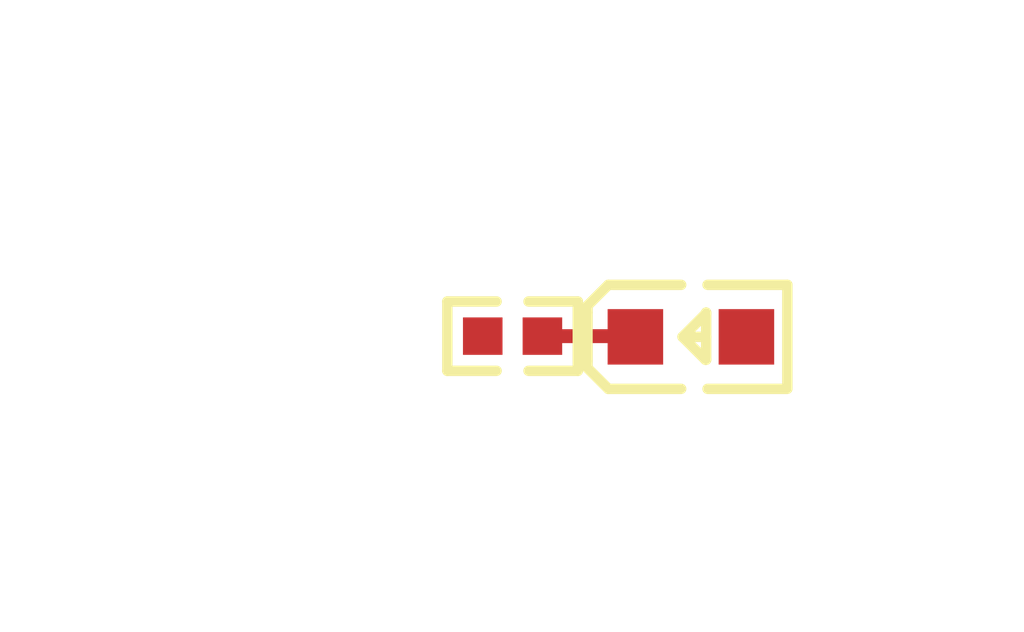
<source format=kicad_pcb>
(kicad_pcb (version 20241229) (generator "pcbnew") (generator_version "9.0")
  (layers (0 "F.Cu" signal) (2 "B.Cu" signal) (13 "F.Paste" user) (15 "B.Paste" user) (5 "F.SilkS" user "F.Silkscreen") (7 "B.SilkS" user "B.Silkscreen") (1 "F.Mask" user) (3 "B.Mask" user) (25 "Edge.Cuts" user))
  (net 0 "")
  (net 1 "anode")
  (net 2 "cathode")
  (net 3 "GND")
  (footprint "UNI_ROYAL_0402WGF1002TCE:R0402" (layer "F.Cu") (at 153.84 100.72 180)
    (property "Reference" "R1" (hide yes))
    (property "Value" "10kΩ ±1% 62.5mW")
    (fp_line (start -0.23 0.5) (end -0.94 0.5) (stroke (width 0.15)) (layer "F.SilkS"))
    (fp_line (start -0.94 0.5) (end -0.94 -0.5) (stroke (width 0.15)) (layer "F.SilkS"))
    (fp_line (start -0.94 -0.5) (end -0.23 -0.5) (stroke (width 0.15)) (layer "F.SilkS"))
    (fp_line (start 0.23 0.5) (end 0.94 0.5) (stroke (width 0.15)) (layer "F.SilkS"))
    (fp_line (start 0.94 0.5) (end 0.94 -0.5) (stroke (width 0.15)) (layer "F.SilkS"))
    (fp_line (start 0.94 -0.5) (end 0.23 -0.5) (stroke (width 0.15)) (layer "F.SilkS"))
    (pad "2" smd rect (at 0.43 0 180) (size 0.57 0.54) (layers "F.Cu" "F.Paste" "F.Mask") (net 3 "GND"))
    (pad "1" smd rect (at -0.43 0 180) (size 0.57 0.54) (layers "F.Cu" "F.Paste" "F.Mask") (net 2 "cathode"))
  )
  (footprint "Hubei_KENTO_Elec_KT_0603YG:LED0603-RD" (layer "F.Cu") (at 156.41 100.73 0)
    (property "Reference" "LED1" (hide yes))
    (property "Value" "")
    (fp_line (start 0.22 0.33) (end 0.21 0.33) (stroke (width 0.15)) (layer "F.SilkS"))
    (fp_line (start 0.21 0.33) (end -0.12 0) (stroke (width 0.15)) (layer "F.SilkS"))
    (fp_line (start 0.22 -0.35) (end 0.22 -0.34) (stroke (width 0.15)) (layer "F.SilkS"))
    (fp_line (start 0.22 -0.34) (end -0.12 0) (stroke (width 0.15)) (layer "F.SilkS"))
    (fp_line (start 0.22 -0.35) (end 0.22 0.33) (stroke (width 0.15)) (layer "F.SilkS"))
    (fp_line (start 0.24 -0.75) (end 1.39 -0.75) (stroke (width 0.15)) (layer "F.SilkS"))
    (fp_line (start 0.24 0.75) (end 1.39 0.75) (stroke (width 0.15)) (layer "F.SilkS"))
    (fp_line (start 1.39 -0.75) (end 1.39 0.73) (stroke (width 0.15)) (layer "F.SilkS"))
    (fp_line (start -0.14 0.75) (end -1.19 0.75) (stroke (width 0.15)) (layer "F.SilkS"))
    (fp_line (start -1.49 0.35) (end -1.49 0.45) (stroke (width 0.15)) (layer "F.SilkS"))
    (fp_line (start -1.49 0.45) (end -1.19 0.75) (stroke (width 0.15)) (layer "F.SilkS"))
    (fp_line (start -1.49 -0.35) (end -1.49 0.35) (stroke (width 0.15)) (layer "F.SilkS"))
    (fp_line (start -1.49 -0.35) (end -1.49 -0.45) (stroke (width 0.15)) (layer "F.SilkS"))
    (fp_line (start -1.49 -0.45) (end -1.19 -0.75) (stroke (width 0.15)) (layer "F.SilkS"))
    (fp_line (start -0.14 -0.75) (end -1.19 -0.75) (stroke (width 0.15)) (layer "F.SilkS"))
    (fp_line (start 0.22 0) (end -0.12 0) (stroke (width 0.15)) (layer "F.SilkS"))
    (pad "2" smd rect (at 0.8 0 90) (size 0.8 0.8) (layers "F.Cu" "F.Paste" "F.Mask") (net 1 "anode"))
    (pad "1" smd rect (at -0.8 0 90) (size 0.8 0.8) (layers "F.Cu" "F.Paste" "F.Mask") (net 2 "cathode"))
  )
  (segment (start 154.27 100.72) (end 155.6 100.72) (width 0.2) (net 2) (layer "F.Cu"))
  (segment (start 155.6 100.72) (end 155.61 100.73) (width 0.2) (net 2) (layer "F.Cu"))
)
</source>
